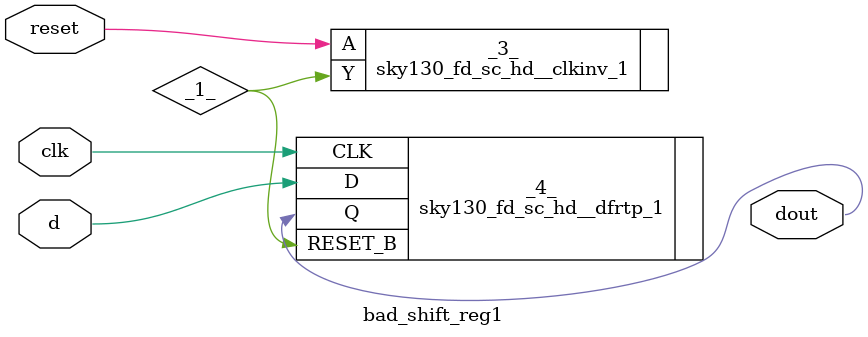
<source format=v>
/* Generated by Yosys 0.7 (git sha1 61f6811, gcc 6.2.0-11ubuntu1 -O2 -fdebug-prefix-map=/build/yosys-OIL3SR/yosys-0.7=. -fstack-protector-strong -fPIC -Os) */

module bad_shift_reg1(clk, reset, d, dout);
  wire _0_;
  wire _1_;
  wire _2_;
  input clk;
  input d;
  output dout;
  input reset;
  sky130_fd_sc_hd__clkinv_1 _3_ (
    .A(_0_),
    .Y(_1_)
  );
  sky130_fd_sc_hd__dfrtp_1 _4_ (
    .CLK(clk),
    .D(d),
    .Q(dout),
    .RESET_B(_2_)
  );
  assign _0_ = reset;
  assign _2_ = _1_;
endmodule

</source>
